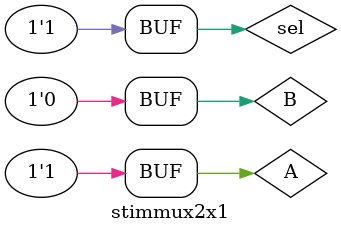
<source format=v>
module stimmux2x1(); //here we will not use underscore in name.
reg A,B,sel;
wire F;
mux2x1 t1(A,B,sel,F);
initial 
begin
#10 A=0;B=1;sel=0;
#10 A=1;B=0;sel=1;
end
initial
begin
$monitor("A=%b,B=%b,F=%b",A,B,F);
end
endmodule

</source>
